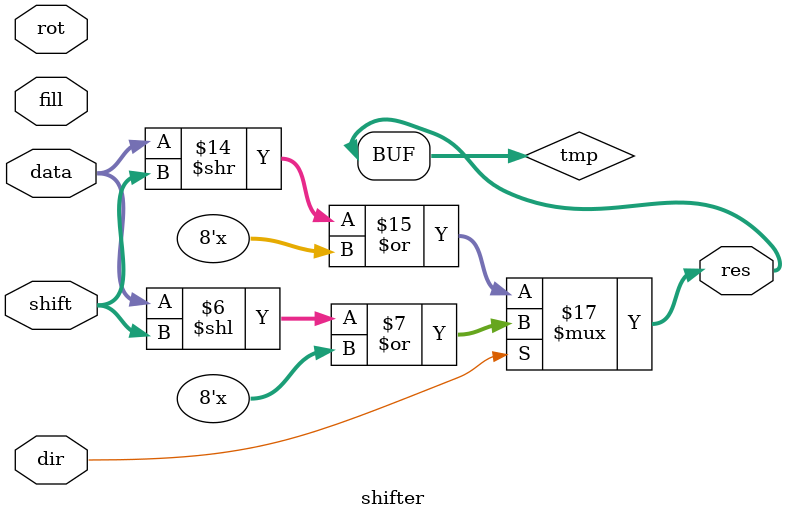
<source format=v>
`timescale 1ns / 1ps

module shifter (
	input [7:0] data,
	input [1:0] shift,
	input dir,
	input rot,
	input fill,
	output [7:0] res
);

reg [7:0] add;
reg [7:0] tmp;

always @(data, shift, dir, rot, fill) begin
	add <= 0;
	if (dir) begin
		if (rot)
			add <= data >> (8 - shift);
		else if (fill)
			add <= (2 << shift) - 1; // 2^n - 1 = n 1s

		tmp <= data << shift | add;
	end
	else begin
		if (rot)
			add <= data << (8 - shift);
		else if (fill)
			add <= ((2 << shift) - 1) << (8 - shift); // shift 1s to the left

		tmp <= data >> shift | add;
	end
end

assign res = tmp;

endmodule

</source>
